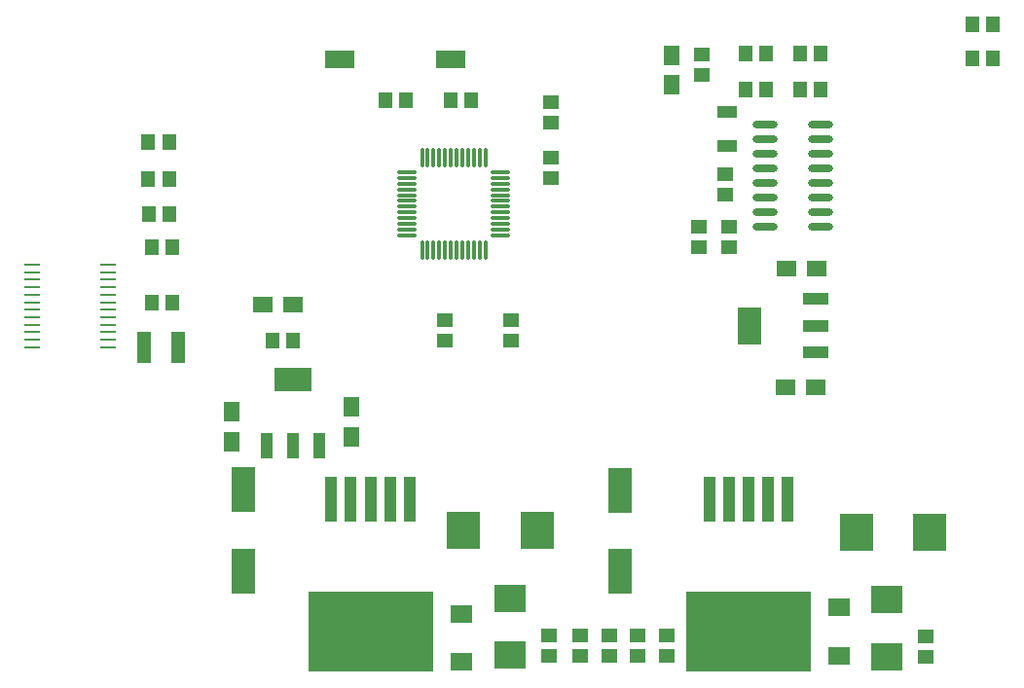
<source format=gtp>
G04 Layer_Color=8421504*
%FSLAX25Y25*%
%MOIN*%
G70*
G01*
G75*
%ADD10R,0.08465X0.12795*%
%ADD11R,0.09016X0.04291*%
%ADD12R,0.42520X0.27520*%
%ADD13R,0.04213X0.15748*%
%ADD14O,0.08661X0.02362*%
%ADD15R,0.12795X0.08465*%
%ADD16R,0.04291X0.09016*%
%ADD17R,0.05512X0.00945*%
%ADD18O,0.05512X0.00945*%
%ADD19R,0.05787X0.04567*%
%ADD20R,0.04567X0.05787*%
%ADD21R,0.11811X0.12598*%
%ADD22R,0.09843X0.05906*%
%ADD23R,0.07087X0.04449*%
%ADD24R,0.07480X0.06299*%
%ADD25R,0.07087X0.05315*%
%ADD26R,0.11024X0.09449*%
%ADD27R,0.07874X0.15748*%
%ADD28R,0.05315X0.07087*%
%ADD29R,0.04567X0.10709*%
%ADD30O,0.07087X0.01181*%
%ADD31O,0.01181X0.07087*%
D10*
X101250Y6250D02*
D03*
D11*
X124085Y-2805D02*
D03*
Y6250D02*
D03*
Y15305D02*
D03*
D12*
X101000Y-98500D02*
D03*
X-28500D02*
D03*
D13*
X87614Y-53224D02*
D03*
X94307D02*
D03*
X101000D02*
D03*
X107693D02*
D03*
X114386D02*
D03*
X-41886D02*
D03*
X-35193D02*
D03*
X-28500D02*
D03*
X-21807D02*
D03*
X-15114D02*
D03*
D14*
X125555Y39984D02*
D03*
Y44984D02*
D03*
Y49984D02*
D03*
Y54984D02*
D03*
Y59984D02*
D03*
Y64984D02*
D03*
Y69984D02*
D03*
Y74984D02*
D03*
X106658Y39984D02*
D03*
Y44984D02*
D03*
Y49984D02*
D03*
Y54984D02*
D03*
Y59984D02*
D03*
Y64984D02*
D03*
Y69984D02*
D03*
Y74984D02*
D03*
D15*
X-55000Y-12165D02*
D03*
D16*
X-64055Y-35000D02*
D03*
X-55000D02*
D03*
X-45945D02*
D03*
D17*
X-144232Y27075D02*
D03*
D18*
Y24516D02*
D03*
Y21957D02*
D03*
Y19398D02*
D03*
Y16839D02*
D03*
Y14279D02*
D03*
Y11720D02*
D03*
Y9161D02*
D03*
Y6602D02*
D03*
Y4043D02*
D03*
Y1484D02*
D03*
Y-1075D02*
D03*
X-118248Y27075D02*
D03*
Y24516D02*
D03*
Y21957D02*
D03*
Y19398D02*
D03*
Y16839D02*
D03*
Y14279D02*
D03*
Y11720D02*
D03*
Y9161D02*
D03*
Y6602D02*
D03*
Y4043D02*
D03*
Y1484D02*
D03*
Y-1075D02*
D03*
D19*
X93000Y50996D02*
D03*
Y58004D02*
D03*
X-3000Y8004D02*
D03*
Y996D02*
D03*
X19500Y8004D02*
D03*
Y996D02*
D03*
X73000Y-99746D02*
D03*
Y-106754D02*
D03*
X43250Y-99746D02*
D03*
Y-106754D02*
D03*
X63000Y-99746D02*
D03*
Y-106754D02*
D03*
X53250Y-99746D02*
D03*
Y-106754D02*
D03*
X94250Y40004D02*
D03*
Y32996D02*
D03*
X161750Y-100246D02*
D03*
Y-107254D02*
D03*
X84000Y40004D02*
D03*
Y32996D02*
D03*
X33250Y56746D02*
D03*
Y63754D02*
D03*
Y75746D02*
D03*
Y82754D02*
D03*
X85000Y99008D02*
D03*
Y92000D02*
D03*
X32500Y-99746D02*
D03*
Y-106754D02*
D03*
D20*
X177746Y109500D02*
D03*
X184754D02*
D03*
X-1004Y83500D02*
D03*
X6004D02*
D03*
X125504Y87000D02*
D03*
X118496D02*
D03*
X125504Y99500D02*
D03*
X118496D02*
D03*
X-97500Y56500D02*
D03*
X-104508D02*
D03*
X-97492Y44500D02*
D03*
X-104500D02*
D03*
X-103504Y14250D02*
D03*
X-96496D02*
D03*
X177746Y97750D02*
D03*
X184754D02*
D03*
X99996Y87000D02*
D03*
X107004D02*
D03*
X99996Y99500D02*
D03*
X107004D02*
D03*
X-54996Y1000D02*
D03*
X-62004D02*
D03*
X-16496Y83500D02*
D03*
X-23504D02*
D03*
X-97500Y69000D02*
D03*
X-104508D02*
D03*
X-96496Y33000D02*
D03*
X-103504D02*
D03*
D21*
X163098Y-64500D02*
D03*
X137902D02*
D03*
X28598Y-64000D02*
D03*
X3402D02*
D03*
D22*
X-38992Y97500D02*
D03*
X-1000D02*
D03*
D23*
X93553Y67884D02*
D03*
Y79616D02*
D03*
D24*
X132000Y-106768D02*
D03*
Y-90232D02*
D03*
X2750Y-109018D02*
D03*
Y-92482D02*
D03*
D25*
X-65315Y13500D02*
D03*
X-55000D02*
D03*
X124112Y-14902D02*
D03*
X113797D02*
D03*
X113888Y25652D02*
D03*
X124203D02*
D03*
D26*
X148402Y-107211D02*
D03*
Y-87683D02*
D03*
X19402Y-106711D02*
D03*
Y-87183D02*
D03*
D27*
X57000Y-78000D02*
D03*
Y-50047D02*
D03*
X-72000Y-50024D02*
D03*
Y-77976D02*
D03*
D28*
X74598Y88638D02*
D03*
Y98953D02*
D03*
X-75902Y-33612D02*
D03*
Y-23297D02*
D03*
X-35000Y-21500D02*
D03*
Y-31815D02*
D03*
D29*
X-94299Y-1053D02*
D03*
X-105913D02*
D03*
D30*
X15945Y58827D02*
D03*
Y54890D02*
D03*
Y56858D02*
D03*
Y48984D02*
D03*
Y47016D02*
D03*
Y52921D02*
D03*
Y50953D02*
D03*
Y45047D02*
D03*
Y43079D02*
D03*
Y41110D02*
D03*
Y39142D02*
D03*
Y37173D02*
D03*
X-15945Y54890D02*
D03*
Y52921D02*
D03*
Y58827D02*
D03*
Y56858D02*
D03*
Y47016D02*
D03*
Y45047D02*
D03*
Y50953D02*
D03*
Y48984D02*
D03*
Y43079D02*
D03*
Y37173D02*
D03*
Y41110D02*
D03*
Y39142D02*
D03*
D31*
X8858Y63945D02*
D03*
X10827D02*
D03*
X4921D02*
D03*
X6890D02*
D03*
X2953D02*
D03*
X-984D02*
D03*
X984D02*
D03*
X10827Y32055D02*
D03*
X8858D02*
D03*
X6890D02*
D03*
X2953D02*
D03*
X4921D02*
D03*
X-984D02*
D03*
X984D02*
D03*
X-4921Y63945D02*
D03*
X-8858D02*
D03*
X-2953D02*
D03*
X-10827D02*
D03*
X-6890D02*
D03*
X-8858Y32055D02*
D03*
X-6890D02*
D03*
X-4921D02*
D03*
X-2953D02*
D03*
X-10827D02*
D03*
M02*

</source>
